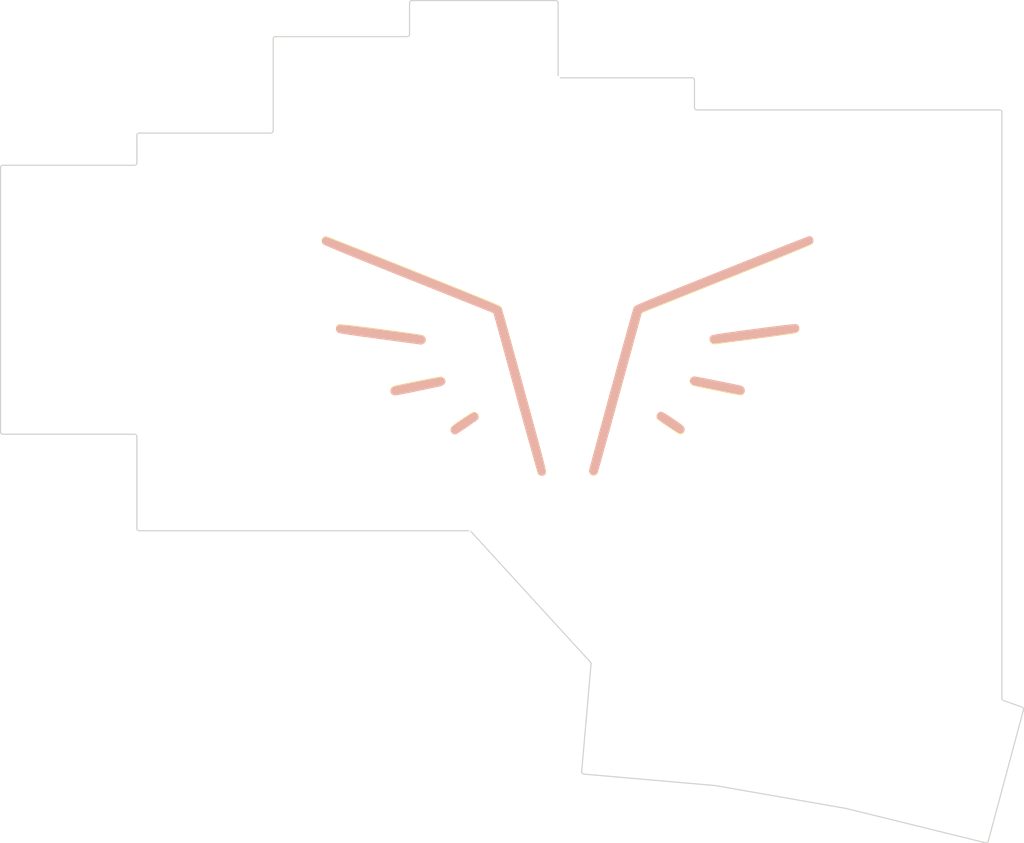
<source format=kicad_pcb>
(kicad_pcb (version 20221018) (generator pcbnew)
  (title_block (title "whisper") (rev "v1.0.0") (company "Unknown"))
  (layers (0 "F.Cu" signal) (31 "B.Cu" signal) (34 "B.Paste" user) (35 "F.Paste" user) (36 "B.SilkS" user "B.Silkscreen") (37 "F.SilkS" user "F.Silkscreen") (38 "B.Mask" user) (39 "F.Mask" user) (44 "Edge.Cuts" user))
  (net 0 "")
  (footprint "Keebio-Parts:MountingHole_2.2mm_Plain" (layer "F.Cu") (at 253.1 154.85)
    (fp_text reference "REF**" hide)
    (fp_text value "MountingHole_2.2mm_Plain" hide)
    (pad "" np_thru_hole circle (at 0 0) (size 2.2 2.2) (drill 2.2) (layers "*.Cu" "*.Mask"))
  )
  (footprint "Keebio-Parts:MountingHole_2.2mm_Plain" (layer "F.Cu") (at 226.45 92.1)
    (fp_text reference "REF**" hide)
    (fp_text value "MountingHole_2.2mm_Plain" hide)
    (pad "" np_thru_hole circle (at 0 0) (size 2.2 2.2) (drill 2.2) (layers "*.Cu" "*.Mask"))
  )
  (footprint "Keebio-Parts:MountingHole_2.2mm_Plain" (layer "F.Cu") (at 154.4 117.2)
    (fp_text reference "REF**" hide)
    (fp_text value "MountingHole_2.2mm_Plain" hide)
    (pad "" np_thru_hole circle (at 0 0) (size 2.2 2.2) (drill 2.2) (layers "*.Cu" "*.Mask"))
  )
  (footprint "graphics:rough_wingd" (layer "F.Cu") (at 210.4 114.05)
    (fp_text reference "G***" hide)
    (fp_text value "LOGO" hide)
    (fp_poly (pts (xy -12.018966 7.438079) (xy -11.821251 7.621942) (xy -11.709586 7.86903) (xy -11.709138 8.13078) (xy -11.792527 8.301978) (xy -11.907996 8.406476) (xy -12.137076 8.581388) (xy -12.45204 8.808079) (xy -12.82516 9.067919) (xy -13.228712 9.342273) (xy -13.634968 9.61251) (xy -14.016203 9.859997) (xy -14.344689 10.066101) (xy -14.5927 10.212191) (xy -14.732511 10.279633) (xy -14.737216 10.280856) (xy -14.967712 10.279905) (xy -15.113 10.230208) (xy -15.309176 10.078292) (xy -15.394171 9.881961) (xy -15.408037 9.687925) (xy -15.401923 9.573304) (xy -15.371189 9.46818) (xy -15.299106 9.357642) (xy -15.168942 9.22678) (xy -14.963967 9.060682) (xy -14.667452 8.844437) (xy -14.262666 8.563134) (xy -13.765643 8.224128) (xy -13.224526 7.865711) (xy -12.794166 7.600747) (xy -12.481402 7.433183) (xy -12.293073 7.366961) (xy -12.277568 7.366)) (fill solid) (layer "F.SilkS"))
    (fp_poly (pts (xy 12.528138 7.50012) (xy 12.801075 7.64219) (xy 13.176681 7.867444) (xy 13.638727 8.166447) (xy 13.850309 8.308795) (xy 14.372765 8.665266) (xy 14.771142 8.942591) (xy 15.062172 9.155681) (xy 15.262584 9.319447) (xy 15.389108 9.4488) (xy 15.458475 9.55865) (xy 15.487414 9.663909) (xy 15.492703 9.772592) (xy 15.461133 10.040234) (xy 15.34424 10.212315) (xy 15.182066 10.316658) (xy 14.993283 10.395959) (xy 14.833752 10.387171) (xy 14.732 10.352992) (xy 14.606985 10.284356) (xy 14.37371 10.137332) (xy 14.059455 9.930708) (xy 13.691495 9.683273) (xy 13.297108 9.413814) (xy 12.903572 9.141121) (xy 12.538165 8.883981) (xy 12.228163 8.661183) (xy 12.000845 8.491515) (xy 11.883488 8.393766) (xy 11.877192 8.386645) (xy 11.780165 8.143501) (xy 11.814004 7.881629) (xy 11.953622 7.64828) (xy 12.173935 7.490705) (xy 12.374099 7.450667)) (fill solid) (layer "F.SilkS"))
    (fp_poly (pts (xy 16.878789 2.810383) (xy 17.142873 2.856469) (xy 17.526641 2.927664) (xy 18.007024 3.019373) (xy 18.560952 3.127002) (xy 19.165355 3.245955) (xy 19.797164 3.371639) (xy 20.43331 3.499459) (xy 21.050722 3.62482) (xy 21.626331 3.743127) (xy 22.137067 3.849787) (xy 22.55986 3.940205) (xy 22.871642 4.009785) (xy 22.925653 4.02246) (xy 23.202273 4.153356) (xy 23.373499 4.362989) (xy 23.442098 4.612545) (xy 23.410832 4.863208) (xy 23.282467 5.076164) (xy 23.059765 5.212598) (xy 22.838833 5.24156) (xy 22.689025 5.222566) (xy 22.3964 5.172504) (xy 21.983723 5.095747) (xy 21.47376 4.996673) (xy 20.889276 4.879654) (xy 20.253036 4.749068) (xy 19.981333 4.692377) (xy 19.319749 4.553714) (xy 18.691338 4.422087) (xy 18.120829 4.302669) (xy 17.632952 4.200634) (xy 17.252436 4.121155) (xy 17.00401 4.069406) (xy 16.951655 4.058557) (xy 16.54826 3.923632) (xy 16.286491 3.718505) (xy 16.174891 3.45053) (xy 16.171333 3.386667) (xy 16.246617 3.11727) (xy 16.438826 2.904003) (xy 16.697493 2.797896) (xy 16.757458 2.794)) (fill solid) (layer "F.SilkS"))
    (fp_poly (pts (xy -16.406369 2.785457) (xy -16.195457 2.979811) (xy -16.09052 3.241365) (xy -16.086667 3.302) (xy -16.13031 3.473722) (xy -16.234622 3.671916) (xy -16.359676 3.833239) (xy -16.460244 3.894667) (xy -16.546685 3.911222) (xy -16.780468 3.958364) (xy -17.143126 4.032309) (xy -17.616194 4.12927) (xy -18.181206 4.245462) (xy -18.819695 4.377099) (xy -19.513195 4.520398) (xy -19.558 4.529667) (xy -20.262956 4.674409) (xy -20.921698 4.807567) (xy -21.514376 4.925284) (xy -22.021137 5.023706) (xy -22.422131 5.098979) (xy -22.697505 5.147248) (xy -22.827408 5.16466) (xy -22.828389 5.164667) (xy -23.038551 5.106141) (xy -23.198667 4.995333) (xy -23.343234 4.747463) (xy -23.351824 4.46998) (xy -23.239986 4.208857) (xy -23.023271 4.010069) (xy -22.840987 3.937794) (xy -22.558255 3.873704) (xy -22.159158 3.78771) (xy -21.666768 3.684409) (xy -21.104153 3.568394) (xy -20.494383 3.44426) (xy -19.860529 3.316602) (xy -19.225659 3.190013) (xy -18.612842 3.069089) (xy -18.04515 2.958424) (xy -17.545651 2.862613) (xy -17.137415 2.78625) (xy -16.843512 2.733929) (xy -16.687011 2.710246) (xy -16.672793 2.709333)) (fill solid) (layer "F.SilkS"))
    (fp_poly (pts (xy 30.237124 -4.109115) (xy 30.288126 -4.099955) (xy 30.512903 -3.945356) (xy 30.627868 -3.711044) (xy 30.633094 -3.44614) (xy 30.528655 -3.199769) (xy 30.314625 -3.021052) (xy 30.286486 -3.008497) (xy 30.155701 -2.977509) (xy 29.872269 -2.927038) (xy 29.451477 -2.859328) (xy 28.908613 -2.776622) (xy 28.258963 -2.681162) (xy 27.517815 -2.575191) (xy 26.700454 -2.460953) (xy 25.82217 -2.340691) (xy 24.898248 -2.216646) (xy 24.807333 -2.204571) (xy 23.885084 -2.081908) (xy 23.010965 -1.965083) (xy 22.19971 -1.856104) (xy 21.466057 -1.756976) (xy 20.824741 -1.669706) (xy 20.290498 -1.596301) (xy 19.878064 -1.538765) (xy 19.602176 -1.499107) (xy 19.477569 -1.479331) (xy 19.473333 -1.478348) (xy 19.307124 -1.487849) (xy 19.134666 -1.549498) (xy 18.888931 -1.74952) (xy 18.768757 -2.014842) (xy 18.792598 -2.299565) (xy 18.813317 -2.348729) (xy 18.965434 -2.551663) (xy 19.135437 -2.674445) (xy 19.254602 -2.701664) (xy 19.52688 -2.748447) (xy 19.937444 -2.812662) (xy 20.47147 -2.892178) (xy 21.114133 -2.984864) (xy 21.850607 -3.088587) (xy 22.666066 -3.201217) (xy 23.545686 -3.320622) (xy 24.47464 -3.444671) (xy 24.701634 -3.47468) (xy 25.865778 -3.627336) (xy 26.871396 -3.757073) (xy 27.727599 -3.86491) (xy 28.443493 -3.951865) (xy 29.028187 -4.01896) (xy 29.490789 -4.067213) (xy 29.840407 -4.097643) (xy 30.086149 -4.111271)) (fill solid) (layer "F.SilkS"))
    (fp_poly (pts (xy -29.928133 -4.19308) (xy -29.650902 -4.173737) (xy -29.268232 -4.137367) (xy -28.770983 -4.082933) (xy -28.150014 -4.009396) (xy -27.396185 -3.915719) (xy -26.500354 -3.800864) (xy -25.45338 -3.663792) (xy -24.498681 -3.537155) (xy -23.392373 -3.389319) (xy -22.441958 -3.261211) (xy -21.635383 -3.150906) (xy -20.960598 -3.056481) (xy -20.405551 -2.976013) (xy -19.958191 -2.907577) (xy -19.606467 -2.849252) (xy -19.338328 -2.799112) (xy -19.141721 -2.755235) (xy -19.004596 -2.715697) (xy -18.914902 -2.678575) (xy -18.860586 -2.641946) (xy -18.854716 -2.636346) (xy -18.708042 -2.385916) (xy -18.696152 -2.10529) (xy -18.804056 -1.843274) (xy -19.016762 -1.648672) (xy -19.177 -1.587115) (xy -19.289032 -1.59123) (xy -19.553944 -1.616553) (xy -19.95686 -1.661253) (xy -20.482901 -1.723496) (xy -21.117192 -1.801452) (xy -21.844853 -1.893289) (xy -22.651008 -1.997174) (xy -23.520778 -2.111277) (xy -24.439288 -2.233764) (xy -24.553334 -2.249108) (xy -25.48301 -2.375374) (xy -26.370333 -2.497938) (xy -27.199775 -2.614522) (xy -27.955811 -2.722848) (xy -28.622915 -2.820637) (xy -29.185562 -2.905611) (xy -29.628225 -2.975492) (xy -29.935378 -3.028001) (xy -30.091496 -3.060859) (xy -30.097308 -3.062674) (xy -30.368127 -3.197779) (xy -30.510027 -3.392061) (xy -30.515819 -3.407833) (xy -30.55161 -3.712852) (xy -30.457626 -3.981381) (xy -30.253966 -4.16352) (xy -30.202846 -4.184838) (xy -30.109068 -4.196434)) (fill solid) (layer "F.SilkS"))
    (fp_poly (pts (xy 32.230272 -15.675323) (xy 32.407459 -15.48874) (xy 32.496457 -15.235467) (xy 32.479331 -14.962681) (xy 32.363833 -14.745831) (xy 32.26297 -14.688578) (xy 32.008018 -14.571019) (xy 31.602552 -14.394617) (xy 31.050148 -14.160836) (xy 30.354381 -13.871141) (xy 29.518827 -13.526996) (xy 28.54706 -13.129864) (xy 27.442657 -12.68121) (xy 26.209193 -12.182498) (xy 24.850243 -11.635192) (xy 23.369383 -11.040756) (xy 21.770188 -10.400654) (xy 21.039666 -10.108789) (xy 19.727026 -9.5846) (xy 18.457953 -9.077756) (xy 17.241295 -8.591792) (xy 16.085901 -8.130245) (xy 15.000618 -7.696651) (xy 13.994295 -7.294547) (xy 13.075781 -6.927469) (xy 12.253923 -6.598953) (xy 11.537569 -6.312537) (xy 10.935568 -6.071756) (xy 10.456768 -5.880147) (xy 10.110018 -5.741246) (xy 9.904165 -5.65859) (xy 9.84658 -5.635196) (xy 9.822587 -5.553773) (xy 9.756634 -5.318618) (xy 9.651363 -4.939351) (xy 9.509417 -4.425592) (xy 9.333439 -3.786962) (xy 9.126071 -3.033083) (xy 8.889955 -2.173575) (xy 8.627735 -1.218058) (xy 8.342053 -0.176153) (xy 8.035551 0.942519) (xy 7.710872 2.128337) (xy 7.370659 3.37168) (xy 7.017554 4.662928) (xy 6.937447 4.955975) (xy 6.52268 6.470538) (xy 6.131607 7.892897) (xy 5.766007 9.216754) (xy 5.427662 10.435813) (xy 5.118351 11.543777) (xy 4.839855 12.534349) (xy 4.593955 13.401233) (xy 4.38243 14.138132) (xy 4.207061 14.738749) (xy 4.069629 15.196787) (xy 3.971913 15.50595) (xy 3.915695 15.659941) (xy 3.906533 15.675652) (xy 3.637201 15.8476) (xy 3.345906 15.855717) (xy 3.217333 15.807169) (xy 3.147872 15.775343) (xy 3.085193 15.747024) (xy 3.031151 15.713967) (xy 2.987603 15.667926) (xy 2.956404 15.600653) (xy 2.939413 15.503904) (xy 2.938484 15.36943) (xy 2.955474 15.188987) (xy 2.992241 14.954328) (xy 3.050639 14.657206) (xy 3.132526 14.289375) (xy 3.239758 13.842589) (xy 3.374191 13.308602) (xy 3.537682 12.679167) (xy 3.732087 11.946038) (xy 3.959263 11.100969) (xy 4.221065 10.135713) (xy 4.519351 9.042024) (xy 4.855977 7.811655) (xy 5.232799 6.436361) (xy 5.651673 4.907896) (xy 5.759893 4.512878) (xy 6.120591 3.197321) (xy 6.469949 1.925404) (xy 6.805267 0.706846) (xy 7.123846 -0.448637) (xy 7.422985 -1.531326) (xy 7.699984 -2.531505) (xy 7.952144 -3.439455) (xy 8.176762 -4.245459) (xy 8.371141 -4.939799) (xy 8.532579 -5.512757) (xy 8.658376 -5.954617) (xy 8.745833 -6.255659) (xy 8.792248 -6.406168) (xy 8.797983 -6.420933) (xy 8.865705 -6.467485) (xy 9.043674 -6.556391) (xy 9.335663 -6.689204) (xy 9.745447 -6.867476) (xy 10.276798 -7.092757) (xy 10.933491 -7.366601) (xy 11.719299 -7.690558) (xy 12.637997 -8.06618) (xy 13.693357 -8.49502) (xy 14.889153 -8.978628) (xy 16.22916 -9.518557) (xy 17.71715 -10.116359) (xy 19.356899 -10.773585) (xy 20.339138 -11.166681) (xy 21.671069 -11.698951) (xy 22.961666 -12.213696) (xy 24.202024 -12.707411) (xy 25.383235 -13.176592) (xy 26.496392 -13.617734) (xy 27.532589 -14.027334) (xy 28.482919 -14.401885) (xy 29.338476 -14.737885) (xy 30.090351 -15.031828) (xy 30.729639 -15.280209) (xy 31.247434 -15.479525) (xy 31.634827 -15.626272) (xy 31.882912 -15.716943) (xy 31.982783 -15.748036) (xy 31.982833 -15.748036)) (fill solid) (layer "F.SilkS"))
    (fp_poly (pts (xy -31.798637 -15.801745) (xy -31.550871 -15.7112) (xy -31.163774 -15.564572) (xy -30.64625 -15.365364) (xy -30.007205 -15.117079) (xy -29.255544 -14.823222) (xy -28.40017 -14.487297) (xy -27.44999 -14.112807) (xy -26.413908 -13.703255) (xy -25.300829 -13.262147) (xy -24.119657 -12.792984) (xy -22.879299 -12.299272) (xy -21.588657 -11.784514) (xy -20.256639 -11.252214) (xy -20.249773 -11.249467) (xy -18.681302 -10.621975) (xy -17.262514 -10.054087) (xy -15.985825 -9.542626) (xy -14.843651 -9.084418) (xy -13.82841 -8.676287) (xy -12.932517 -8.315057) (xy -12.148389 -7.997554) (xy -11.468442 -7.720601) (xy -10.885094 -7.481023) (xy -10.39076 -7.275645) (xy -9.977858 -7.101291) (xy -9.638803 -6.954785) (xy -9.366012 -6.832953) (xy -9.151902 -6.732618) (xy -8.98889 -6.650606) (xy -8.86939 -6.58374) (xy -8.785822 -6.528846) (xy -8.7306 -6.482747) (xy -8.696141 -6.442269) (xy -8.674862 -6.404235) (xy -8.673974 -6.402265) (xy -8.633093 -6.279412) (xy -8.551808 -6.006482) (xy -8.433329 -5.59524) (xy -8.280866 -5.057448) (xy -8.09763 -4.404871) (xy -7.886831 -3.649275) (xy -7.65168 -2.802421) (xy -7.395388 -1.876076) (xy -7.121165 -0.882003) (xy -6.832221 0.168034) (xy -6.531767 1.26227) (xy -6.223013 2.388942) (xy -5.909171 3.536285) (xy -5.593449 4.692535) (xy -5.27906 5.845927) (xy -4.969214 6.984699) (xy -4.66712 8.097085) (xy -4.37599 9.171321) (xy -4.099034 10.195643) (xy -3.839462 11.158287) (xy -3.600485 12.047488) (xy -3.385314 12.851483) (xy -3.197159 13.558508) (xy -3.039231 14.156797) (xy -2.91474 14.634588) (xy -2.826896 14.980115) (xy -2.77891 15.181615) (xy -2.770591 15.229346) (xy -2.854206 15.488519) (xy -3.051998 15.680421) (xy -3.313139 15.77582) (xy -3.5868 15.745481) (xy -3.632357 15.72498) (xy -3.814794 15.5997) (xy -3.909862 15.494) (xy -3.940954 15.398042) (xy -4.013857 15.148493) (xy -4.125858 14.755137) (xy -4.274249 14.227757) (xy -4.456319 13.576138) (xy -4.669356 12.810063) (xy -4.910651 11.939318) (xy -5.177492 10.973687) (xy -5.46717 9.922953) (xy -5.776973 8.7969) (xy -6.104191 7.605314) (xy -6.446114 6.357977) (xy -6.80003 5.064675) (xy -6.864483 4.828912) (xy -7.219374 3.53095) (xy -7.561956 2.278771) (xy -7.889582 1.082014) (xy -8.199603 -0.049681) (xy -8.489372 -1.106673) (xy -8.756241 -2.079323) (xy -8.997563 -2.957991) (xy -9.210688 -3.733036) (xy -9.39297 -4.394819) (xy -9.541761 -4.9337) (xy -9.654412 -5.340039) (xy -9.728276 -5.604196) (xy -9.760705 -5.71653) (xy -9.761978 -5.719926) (xy -9.841163 -5.75201) (xy -10.068763 -5.843344) (xy -10.43593 -5.99039) (xy -10.933816 -6.189613) (xy -11.553572 -6.437477) (xy -12.286351 -6.730444) (xy -13.123304 -7.064979) (xy -14.055583 -7.437545) (xy -15.074341 -7.844606) (xy -16.170728 -8.282626) (xy -17.335897 -8.748068) (xy -18.560999 -9.237395) (xy -19.837187 -9.747072) (xy -20.955 -10.193455) (xy -22.604477 -10.852935) (xy -24.137172 -11.467385) (xy -25.549509 -12.03534) (xy -26.837914 -12.555338) (xy -27.99881 -13.025913) (xy -29.028623 -13.445602) (xy -29.923777 -13.81294) (xy -30.680696 -14.126464) (xy -31.295805 -14.38471) (xy -31.765529 -14.586212) (xy -32.086292 -14.729508) (xy -32.254518 -14.813134) (xy -32.279167 -14.830498) (xy -32.403426 -15.081806) (xy -32.405927 -15.354726) (xy -32.304607 -15.602078) (xy -32.1174 -15.776685) (xy -31.898167 -15.832703)) (fill solid) (layer "F.SilkS"))
  )
  (footprint "Keebio-Parts:MountingHole_2.2mm_Plain" (layer "F.Cu") (at 172.55 87.25)
    (fp_text reference "REF**" hide)
    (fp_text value "MountingHole_2.2mm_Plain" hide)
    (pad "" np_thru_hole circle (at 0 0) (size 2.2 2.2) (drill 2.2) (layers "*.Cu" "*.Mask"))
  )
  (footprint "graphics:rough_wingd" (layer "B.Cu") (at 210.5 114.05 180)
    (fp_text reference "G***" hide)
    (fp_text value "LOGO" hide)
    (fp_poly (pts (xy -12.018966 -7.438079) (xy -11.821251 -7.621942) (xy -11.709586 -7.86903) (xy -11.709138 -8.13078) (xy -11.792527 -8.301978) (xy -11.907996 -8.406476) (xy -12.137076 -8.581388) (xy -12.45204 -8.808079) (xy -12.82516 -9.067919) (xy -13.228712 -9.342273) (xy -13.634968 -9.61251) (xy -14.016203 -9.859997) (xy -14.344689 -10.066101) (xy -14.5927 -10.212191) (xy -14.732511 -10.279633) (xy -14.737216 -10.280856) (xy -14.967712 -10.279905) (xy -15.113 -10.230208) (xy -15.309176 -10.078292) (xy -15.394171 -9.881961) (xy -15.408037 -9.687925) (xy -15.401923 -9.573304) (xy -15.371189 -9.46818) (xy -15.299106 -9.357642) (xy -15.168942 -9.22678) (xy -14.963967 -9.060682) (xy -14.667452 -8.844437) (xy -14.262666 -8.563134) (xy -13.765643 -8.224128) (xy -13.224526 -7.865711) (xy -12.794166 -7.600747) (xy -12.481402 -7.433183) (xy -12.293073 -7.366961) (xy -12.277568 -7.366)) (fill solid) (layer "B.SilkS"))
    (fp_poly (pts (xy 12.528138 -7.50012) (xy 12.801075 -7.64219) (xy 13.176681 -7.867444) (xy 13.638727 -8.166447) (xy 13.850309 -8.308795) (xy 14.372765 -8.665266) (xy 14.771142 -8.942591) (xy 15.062172 -9.155681) (xy 15.262584 -9.319447) (xy 15.389108 -9.4488) (xy 15.458475 -9.55865) (xy 15.487414 -9.663909) (xy 15.492703 -9.772592) (xy 15.461133 -10.040234) (xy 15.34424 -10.212315) (xy 15.182066 -10.316658) (xy 14.993283 -10.395959) (xy 14.833752 -10.387171) (xy 14.732 -10.352992) (xy 14.606985 -10.284356) (xy 14.37371 -10.137332) (xy 14.059455 -9.930708) (xy 13.691495 -9.683273) (xy 13.297108 -9.413814) (xy 12.903572 -9.141121) (xy 12.538165 -8.883981) (xy 12.228163 -8.661183) (xy 12.000845 -8.491515) (xy 11.883488 -8.393766) (xy 11.877192 -8.386645) (xy 11.780165 -8.143501) (xy 11.814004 -7.881629) (xy 11.953622 -7.64828) (xy 12.173935 -7.490705) (xy 12.374099 -7.450667)) (fill solid) (layer "B.SilkS"))
    (fp_poly (pts (xy 16.878789 -2.810383) (xy 17.142873 -2.856469) (xy 17.526641 -2.927664) (xy 18.007024 -3.019373) (xy 18.560952 -3.127002) (xy 19.165355 -3.245955) (xy 19.797164 -3.371639) (xy 20.43331 -3.499459) (xy 21.050722 -3.62482) (xy 21.626331 -3.743127) (xy 22.137067 -3.849787) (xy 22.55986 -3.940205) (xy 22.871642 -4.009785) (xy 22.925653 -4.02246) (xy 23.202273 -4.153356) (xy 23.373499 -4.362989) (xy 23.442098 -4.612545) (xy 23.410832 -4.863208) (xy 23.282467 -5.076164) (xy 23.059765 -5.212598) (xy 22.838833 -5.24156) (xy 22.689025 -5.222566) (xy 22.3964 -5.172504) (xy 21.983723 -5.095747) (xy 21.47376 -4.996673) (xy 20.889276 -4.879654) (xy 20.253036 -4.749068) (xy 19.981333 -4.692377) (xy 19.319749 -4.553714) (xy 18.691338 -4.422087) (xy 18.120829 -4.302669) (xy 17.632952 -4.200634) (xy 17.252436 -4.121155) (xy 17.00401 -4.069406) (xy 16.951655 -4.058557) (xy 16.54826 -3.923632) (xy 16.286491 -3.718505) (xy 16.174891 -3.45053) (xy 16.171333 -3.386667) (xy 16.246617 -3.11727) (xy 16.438826 -2.904003) (xy 16.697493 -2.797896) (xy 16.757458 -2.794)) (fill solid) (layer "B.SilkS"))
    (fp_poly (pts (xy -16.406369 -2.785457) (xy -16.195457 -2.979811) (xy -16.09052 -3.241365) (xy -16.086667 -3.302) (xy -16.13031 -3.473722) (xy -16.234622 -3.671916) (xy -16.359676 -3.833239) (xy -16.460244 -3.894667) (xy -16.546685 -3.911222) (xy -16.780468 -3.958364) (xy -17.143126 -4.032309) (xy -17.616194 -4.12927) (xy -18.181206 -4.245462) (xy -18.819695 -4.377099) (xy -19.513195 -4.520398) (xy -19.558 -4.529667) (xy -20.262956 -4.674409) (xy -20.921698 -4.807567) (xy -21.514376 -4.925284) (xy -22.021137 -5.023706) (xy -22.422131 -5.098979) (xy -22.697505 -5.147248) (xy -22.827408 -5.16466) (xy -22.828389 -5.164667) (xy -23.038551 -5.106141) (xy -23.198667 -4.995333) (xy -23.343234 -4.747463) (xy -23.351824 -4.46998) (xy -23.239986 -4.208857) (xy -23.023271 -4.010069) (xy -22.840987 -3.937794) (xy -22.558255 -3.873704) (xy -22.159158 -3.78771) (xy -21.666768 -3.684409) (xy -21.104153 -3.568394) (xy -20.494383 -3.44426) (xy -19.860529 -3.316602) (xy -19.225659 -3.190013) (xy -18.612842 -3.069089) (xy -18.04515 -2.958424) (xy -17.545651 -2.862613) (xy -17.137415 -2.78625) (xy -16.843512 -2.733929) (xy -16.687011 -2.710246) (xy -16.672793 -2.709333)) (fill solid) (layer "B.SilkS"))
    (fp_poly (pts (xy 30.237124 4.109115) (xy 30.288126 4.099955) (xy 30.512903 3.945356) (xy 30.627868 3.711044) (xy 30.633094 3.44614) (xy 30.528655 3.199769) (xy 30.314625 3.021052) (xy 30.286486 3.008497) (xy 30.155701 2.977509) (xy 29.872269 2.927038) (xy 29.451477 2.859328) (xy 28.908613 2.776622) (xy 28.258963 2.681162) (xy 27.517815 2.575191) (xy 26.700454 2.460953) (xy 25.82217 2.340691) (xy 24.898248 2.216646) (xy 24.807333 2.204571) (xy 23.885084 2.081908) (xy 23.010965 1.965083) (xy 22.19971 1.856104) (xy 21.466057 1.756976) (xy 20.824741 1.669706) (xy 20.290498 1.596301) (xy 19.878064 1.538765) (xy 19.602176 1.499107) (xy 19.477569 1.479331) (xy 19.473333 1.478348) (xy 19.307124 1.487849) (xy 19.134666 1.549498) (xy 18.888931 1.74952) (xy 18.768757 2.014842) (xy 18.792598 2.299565) (xy 18.813317 2.348729) (xy 18.965434 2.551663) (xy 19.135437 2.674445) (xy 19.254602 2.701664) (xy 19.52688 2.748447) (xy 19.937444 2.812662) (xy 20.47147 2.892178) (xy 21.114133 2.984864) (xy 21.850607 3.088587) (xy 22.666066 3.201217) (xy 23.545686 3.320622) (xy 24.47464 3.444671) (xy 24.701634 3.47468) (xy 25.865778 3.627336) (xy 26.871396 3.757073) (xy 27.727599 3.86491) (xy 28.443493 3.951865) (xy 29.028187 4.01896) (xy 29.490789 4.067213) (xy 29.840407 4.097643) (xy 30.086149 4.111271)) (fill solid) (layer "B.SilkS"))
    (fp_poly (pts (xy -29.928133 4.19308) (xy -29.650902 4.173737) (xy -29.268232 4.137367) (xy -28.770983 4.082933) (xy -28.150014 4.009396) (xy -27.396185 3.915719) (xy -26.500354 3.800864) (xy -25.45338 3.663792) (xy -24.498681 3.537155) (xy -23.392373 3.389319) (xy -22.441958 3.261211) (xy -21.635383 3.150906) (xy -20.960598 3.056481) (xy -20.405551 2.976013) (xy -19.958191 2.907577) (xy -19.606467 2.849252) (xy -19.338328 2.799112) (xy -19.141721 2.755235) (xy -19.004596 2.715697) (xy -18.914902 2.678575) (xy -18.860586 2.641946) (xy -18.854716 2.636346) (xy -18.708042 2.385916) (xy -18.696152 2.10529) (xy -18.804056 1.843274) (xy -19.016762 1.648672) (xy -19.177 1.587115) (xy -19.289032 1.59123) (xy -19.553944 1.616553) (xy -19.95686 1.661253) (xy -20.482901 1.723496) (xy -21.117192 1.801452) (xy -21.844853 1.893289) (xy -22.651008 1.997174) (xy -23.520778 2.111277) (xy -24.439288 2.233764) (xy -24.553334 2.249108) (xy -25.48301 2.375374) (xy -26.370333 2.497938) (xy -27.199775 2.614522) (xy -27.955811 2.722848) (xy -28.622915 2.820637) (xy -29.185562 2.905611) (xy -29.628225 2.975492) (xy -29.935378 3.028001) (xy -30.091496 3.060859) (xy -30.097308 3.062674) (xy -30.368127 3.197779) (xy -30.510027 3.392061) (xy -30.515819 3.407833) (xy -30.55161 3.712852) (xy -30.457626 3.981381) (xy -30.253966 4.16352) (xy -30.202846 4.184838) (xy -30.109068 4.196434)) (fill solid) (layer "B.SilkS"))
    (fp_poly (pts (xy 32.230272 15.675323) (xy 32.407459 15.48874) (xy 32.496457 15.235467) (xy 32.479331 14.962681) (xy 32.363833 14.745831) (xy 32.26297 14.688578) (xy 32.008018 14.571019) (xy 31.602552 14.394617) (xy 31.050148 14.160836) (xy 30.354381 13.871141) (xy 29.518827 13.526996) (xy 28.54706 13.129864) (xy 27.442657 12.68121) (xy 26.209193 12.182498) (xy 24.850243 11.635192) (xy 23.369383 11.040756) (xy 21.770188 10.400654) (xy 21.039666 10.108789) (xy 19.727026 9.5846) (xy 18.457953 9.077756) (xy 17.241295 8.591792) (xy 16.085901 8.130245) (xy 15.000618 7.696651) (xy 13.994295 7.294547) (xy 13.075781 6.927469) (xy 12.253923 6.598953) (xy 11.537569 6.312537) (xy 10.935568 6.071756) (xy 10.456768 5.880147) (xy 10.110018 5.741246) (xy 9.904165 5.65859) (xy 9.84658 5.635196) (xy 9.822587 5.553773) (xy 9.756634 5.318618) (xy 9.651363 4.939351) (xy 9.509417 4.425592) (xy 9.333439 3.786962) (xy 9.126071 3.033083) (xy 8.889955 2.173575) (xy 8.627735 1.218058) (xy 8.342053 0.176153) (xy 8.035551 -0.942519) (xy 7.710872 -2.128337) (xy 7.370659 -3.37168) (xy 7.017554 -4.662928) (xy 6.937447 -4.955975) (xy 6.52268 -6.470538) (xy 6.131607 -7.892897) (xy 5.766007 -9.216754) (xy 5.427662 -10.435813) (xy 5.118351 -11.543777) (xy 4.839855 -12.534349) (xy 4.593955 -13.401233) (xy 4.38243 -14.138132) (xy 4.207061 -14.738749) (xy 4.069629 -15.196787) (xy 3.971913 -15.50595) (xy 3.915695 -15.659941) (xy 3.906533 -15.675652) (xy 3.637201 -15.8476) (xy 3.345906 -15.855717) (xy 3.217333 -15.807169) (xy 3.147872 -15.775343) (xy 3.085193 -15.747024) (xy 3.031151 -15.713967) (xy 2.987603 -15.667926) (xy 2.956404 -15.600653) (xy 2.939413 -15.503904) (xy 2.938484 -15.36943) (xy 2.955474 -15.188987) (xy 2.992241 -14.954328) (xy 3.050639 -14.657206) (xy 3.132526 -14.289375) (xy 3.239758 -13.842589) (xy 3.374191 -13.308602) (xy 3.537682 -12.679167) (xy 3.732087 -11.946038) (xy 3.959263 -11.100969) (xy 4.221065 -10.135713) (xy 4.519351 -9.042024) (xy 4.855977 -7.811655) (xy 5.232799 -6.436361) (xy 5.651673 -4.907896) (xy 5.759893 -4.512878) (xy 6.120591 -3.197321) (xy 6.469949 -1.925404) (xy 6.805267 -0.706846) (xy 7.123846 0.448637) (xy 7.422985 1.531326) (xy 7.699984 2.531505) (xy 7.952144 3.439455) (xy 8.176762 4.245459) (xy 8.371141 4.939799) (xy 8.532579 5.512757) (xy 8.658376 5.954617) (xy 8.745833 6.255659) (xy 8.792248 6.406168) (xy 8.797983 6.420933) (xy 8.865705 6.467485) (xy 9.043674 6.556391) (xy 9.335663 6.689204) (xy 9.745447 6.867476) (xy 10.276798 7.092757) (xy 10.933491 7.366601) (xy 11.719299 7.690558) (xy 12.637997 8.06618) (xy 13.693357 8.49502) (xy 14.889153 8.978628) (xy 16.22916 9.518557) (xy 17.71715 10.116359) (xy 19.356899 10.773585) (xy 20.339138 11.166681) (xy 21.671069 11.698951) (xy 22.961666 12.213696) (xy 24.202024 12.707411) (xy 25.383235 13.176592) (xy 26.496392 13.617734) (xy 27.532589 14.027334) (xy 28.482919 14.401885) (xy 29.338476 14.737885) (xy 30.090351 15.031828) (xy 30.729639 15.280209) (xy 31.247434 15.479525) (xy 31.634827 15.626272) (xy 31.882912 15.716943) (xy 31.982783 15.748036) (xy 31.982833 15.748036)) (fill solid) (layer "B.SilkS"))
    (fp_poly (pts (xy -31.798637 15.801745) (xy -31.550871 15.7112) (xy -31.163774 15.564572) (xy -30.64625 15.365364) (xy -30.007205 15.117079) (xy -29.255544 14.823222) (xy -28.40017 14.487297) (xy -27.44999 14.112807) (xy -26.413908 13.703255) (xy -25.300829 13.262147) (xy -24.119657 12.792984) (xy -22.879299 12.299272) (xy -21.588657 11.784514) (xy -20.256639 11.252214) (xy -20.249773 11.249467) (xy -18.681302 10.621975) (xy -17.262514 10.054087) (xy -15.985825 9.542626) (xy -14.843651 9.084418) (xy -13.82841 8.676287) (xy -12.932517 8.315057) (xy -12.148389 7.997554) (xy -11.468442 7.720601) (xy -10.885094 7.481023) (xy -10.39076 7.275645) (xy -9.977858 7.101291) (xy -9.638803 6.954785) (xy -9.366012 6.832953) (xy -9.151902 6.732618) (xy -8.98889 6.650606) (xy -8.86939 6.58374) (xy -8.785822 6.528846) (xy -8.7306 6.482747) (xy -8.696141 6.442269) (xy -8.674862 6.404235) (xy -8.673974 6.402265) (xy -8.633093 6.279412) (xy -8.551808 6.006482) (xy -8.433329 5.59524) (xy -8.280866 5.057448) (xy -8.09763 4.404871) (xy -7.886831 3.649275) (xy -7.65168 2.802421) (xy -7.395388 1.876076) (xy -7.121165 0.882003) (xy -6.832221 -0.168034) (xy -6.531767 -1.26227) (xy -6.223013 -2.388942) (xy -5.909171 -3.536285) (xy -5.593449 -4.692535) (xy -5.27906 -5.845927) (xy -4.969214 -6.984699) (xy -4.66712 -8.097085) (xy -4.37599 -9.171321) (xy -4.099034 -10.195643) (xy -3.839462 -11.158287) (xy -3.600485 -12.047488) (xy -3.385314 -12.851483) (xy -3.197159 -13.558508) (xy -3.039231 -14.156797) (xy -2.91474 -14.634588) (xy -2.826896 -14.980115) (xy -2.77891 -15.181615) (xy -2.770591 -15.229346) (xy -2.854206 -15.488519) (xy -3.051998 -15.680421) (xy -3.313139 -15.77582) (xy -3.5868 -15.745481) (xy -3.632357 -15.72498) (xy -3.814794 -15.5997) (xy -3.909862 -15.494) (xy -3.940954 -15.398042) (xy -4.013857 -15.148493) (xy -4.125858 -14.755137) (xy -4.274249 -14.227757) (xy -4.456319 -13.576138) (xy -4.669356 -12.810063) (xy -4.910651 -11.939318) (xy -5.177492 -10.973687) (xy -5.46717 -9.922953) (xy -5.776973 -8.7969) (xy -6.104191 -7.605314) (xy -6.446114 -6.357977) (xy -6.80003 -5.064675) (xy -6.864483 -4.828912) (xy -7.219374 -3.53095) (xy -7.561956 -2.278771) (xy -7.889582 -1.082014) (xy -8.199603 0.049681) (xy -8.489372 1.106673) (xy -8.756241 2.079323) (xy -8.997563 2.957991) (xy -9.210688 3.733036) (xy -9.39297 4.394819) (xy -9.541761 4.9337) (xy -9.654412 5.340039) (xy -9.728276 5.604196) (xy -9.760705 5.71653) (xy -9.761978 5.719926) (xy -9.841163 5.75201) (xy -10.068763 5.843344) (xy -10.43593 5.99039) (xy -10.933816 6.189613) (xy -11.553572 6.437477) (xy -12.286351 6.730444) (xy -13.123304 7.064979) (xy -14.055583 7.437545) (xy -15.074341 7.844606) (xy -16.170728 8.282626) (xy -17.335897 8.748068) (xy -18.560999 9.237395) (xy -19.837187 9.747072) (xy -20.955 10.193455) (xy -22.604477 10.852935) (xy -24.137172 11.467385) (xy -25.549509 12.03534) (xy -26.837914 12.555338) (xy -27.99881 13.025913) (xy -29.028623 13.445602) (xy -29.923777 13.81294) (xy -30.680696 14.126464) (xy -31.295805 14.38471) (xy -31.765529 14.586212) (xy -32.086292 14.729508) (xy -32.254518 14.813134) (xy -32.279167 14.830498) (xy -32.403426 15.081806) (xy -32.405927 15.354726) (xy -32.304607 15.602078) (xy -32.1174 15.776685) (xy -31.898167 15.832703)) (fill solid) (layer "B.SilkS"))
  )
  (gr_arc (start 227.501727 81.566727) (mid 227.289595 81.478859) (end 227.201727 81.266727) (stroke (width 0.15)) (layer "Edge.Cuts"))
  (gr_line (start 197.459524 137.156727) (end 153.881727 137.156727) (stroke (width 0.15)) (layer "Edge.Cuts"))
  (gr_line (start 227.201727 77.616727) (end 227.201727 81.266727) (stroke (width 0.15)) (layer "Edge.Cuts"))
  (gr_line (start 229.964023 170.830431) (end 212.578345 169.309381) (stroke (width 0.15)) (layer "Edge.Cuts"))
  (gr_line (start 153.581727 136.856727) (end 153.581727 124.706727) (stroke (width 0.15)) (layer "Edge.Cuts"))
  (gr_line (start 171.581727 84.326727) (end 171.581727 72.176727) (stroke (width 0.15)) (layer "Edge.Cuts"))
  (gr_line (start 153.581727 88.576727) (end 153.581727 84.926727) (stroke (width 0.15)) (layer "Edge.Cuts"))
  (gr_arc (start 212.578346 169.309381) (mid 212.374679 169.203359) (end 212.305633 168.984376) (stroke (width 0.15)) (layer "Edge.Cuts"))
  (gr_arc (start 135.581727 89.176727) (mid 135.669595 88.964595) (end 135.881727 88.876727) (stroke (width 0.15)) (layer "Edge.Cuts"))
  (gr_line (start 270.638861 160.822827) (end 265.990573 178.170475) (stroke (width 0.15)) (layer "Edge.Cuts"))
  (gr_line (start 135.881727 88.876727) (end 153.281727 88.876727) (stroke (width 0.15)) (layer "Edge.Cuts"))
  (gr_arc (start 189.581727 71.576727) (mid 189.493859 71.788859) (end 189.281727 71.876727) (stroke (width 0.15)) (layer "Edge.Cuts"))
  (gr_line (start 153.281727 124.406727) (end 135.881727 124.406727) (stroke (width 0.15)) (layer "Edge.Cuts"))
  (gr_line (start 189.581727 71.576727) (end 189.581727 67.416727) (stroke (width 0.15)) (layer "Edge.Cuts"))
  (gr_arc (start 171.581727 84.326727) (mid 171.493859 84.538859) (end 171.281727 84.626727) (stroke (width 0.15)) (layer "Edge.Cuts"))
  (gr_line (start 227.501727 81.566727) (end 267.491727 81.566727) (stroke (width 0.15)) (layer "Edge.Cuts"))
  (gr_arc (start 153.581727 84.926727) (mid 153.669595 84.714595) (end 153.881727 84.626727) (stroke (width 0.15)) (layer "Edge.Cuts"))
  (gr_line (start 267.99068 159.582898) (end 270.450131 160.462711) (stroke (width 0.15)) (layer "Edge.Cuts"))
  (gr_line (start 153.881727 84.626727) (end 171.281727 84.626727) (stroke (width 0.15)) (layer "Edge.Cuts"))
  (gr_arc (start 247.204734 173.847136) (mid 247.214778 173.849071) (end 247.224751 173.851348) (stroke (width 0.15)) (layer "Edge.Cuts"))
  (gr_arc (start 265.990573 178.170475) (mid 265.853427 178.351099) (end 265.629053 178.384124) (stroke (width 0.15)) (layer "Edge.Cuts"))
  (gr_line (start 213.473046 154.526954) (end 197.680933 137.254296) (stroke (width 0.15)) (layer "Edge.Cuts"))
  (gr_arc (start 213.473046 154.526953) (mid 213.53577 154.63311) (end 213.550496 154.755531) (stroke (width 0.15)) (layer "Edge.Cuts"))
  (gr_line (start 209.501727 77.316727) (end 226.901727 77.316727) (stroke (width 0.15)) (layer "Edge.Cuts"))
  (gr_line (start 135.581727 124.106727) (end 135.581727 89.176727) (stroke (width 0.15)) (layer "Edge.Cuts"))
  (gr_arc (start 153.581727 88.576727) (mid 153.493859 88.788859) (end 153.281727 88.876727) (stroke (width 0.15)) (layer "Edge.Cuts"))
  (gr_arc (start 153.281727 124.406727) (mid 153.493859 124.494595) (end 153.581727 124.706727) (stroke (width 0.15)) (layer "Edge.Cuts"))
  (gr_line (start 209.201727 67.416727) (end 209.201727 77.016727) (stroke (width 0.15)) (layer "Edge.Cuts"))
  (gr_line (start 265.629053 178.384124) (end 247.224751 173.851348) (stroke (width 0.15)) (layer "Edge.Cuts"))
  (gr_arc (start 208.901727 67.116727) (mid 209.113859 67.204595) (end 209.201727 67.416727) (stroke (width 0.15)) (layer "Edge.Cuts"))
  (gr_line (start 212.305633 168.984376) (end 213.550496 154.755531) (stroke (width 0.15)) (layer "Edge.Cuts"))
  (gr_line (start 189.881727 67.116727) (end 208.901727 67.116727) (stroke (width 0.15)) (layer "Edge.Cuts"))
  (gr_arc (start 135.881727 124.406727) (mid 135.669595 124.318859) (end 135.581727 124.106727) (stroke (width 0.15)) (layer "Edge.Cuts"))
  (gr_line (start 247.204734 173.847136) (end 229.989602 170.833782) (stroke (width 0.15)) (layer "Edge.Cuts"))
  (gr_arc (start 153.881727 137.156727) (mid 153.669595 137.068859) (end 153.581727 136.856727) (stroke (width 0.15)) (layer "Edge.Cuts"))
  (gr_arc (start 171.581727 72.176727) (mid 171.669595 71.964595) (end 171.881727 71.876727) (stroke (width 0.15)) (layer "Edge.Cuts"))
  (gr_line (start 171.881727 71.876727) (end 189.281727 71.876727) (stroke (width 0.15)) (layer "Edge.Cuts"))
  (gr_arc (start 189.581727 67.416727) (mid 189.669595 67.204595) (end 189.881727 67.116727) (stroke (width 0.15)) (layer "Edge.Cuts"))
  (gr_arc (start 267.99068 159.582898) (mid 267.846458 159.473179) (end 267.791727 159.300428) (stroke (width 0.15)) (layer "Edge.Cuts"))
  (gr_line (start 267.791727 81.866727) (end 267.791727 159.300428) (stroke (width 0.15)) (layer "Edge.Cuts"))
  (gr_arc (start 270.450132 160.462711) (mid 270.614804 160.605922) (end 270.638862 160.822827) (stroke (width 0.15)) (layer "Edge.Cuts"))
  (gr_arc (start 267.491727 81.566727) (mid 267.703859 81.654595) (end 267.791727 81.866727) (stroke (width 0.15)) (layer "Edge.Cuts"))
  (gr_arc (start 226.901727 77.316727) (mid 227.113859 77.404595) (end 227.201727 77.616727) (stroke (width 0.15)) (layer "Edge.Cuts"))
  (gr_arc (start 229.964023 170.830431) (mid 229.976849 170.831832) (end 229.989602 170.833782) (stroke (width 0.15)) (layer "Edge.Cuts"))
)
</source>
